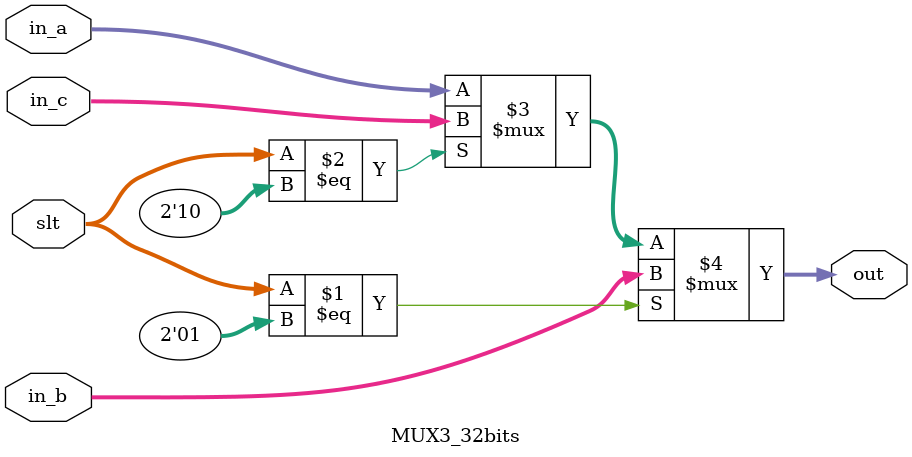
<source format=v>
`timescale 1ns / 1ps
module MUX2_32bits(
    input [31:0] in_a,
    input [31:0] in_b,
    input slt,
    output [31:0] out
    );
	assign out = (slt == 1) ? in_b : in_a;
endmodule

module MUX3_5bits(
    input [4:0] in_a,
    input [4:0] in_b,
	 input [4:0] in_c,
    input [1:0] slt,
    output [4:0] out
    );
	assign out = (slt == 2'b01) ? in_b : 
						(slt == 2'b10) ? in_c :
						in_a;
endmodule

module MUX3_32bits(
    input [31:0] in_a,
    input [31:0] in_b,
	 input [31:0] in_c,
    input [1:0] slt,
    output [31:0] out
    );
	assign out = (slt == 2'b01) ? in_b : 
						(slt == 2'b10) ? in_c :
						in_a;
endmodule







</source>
